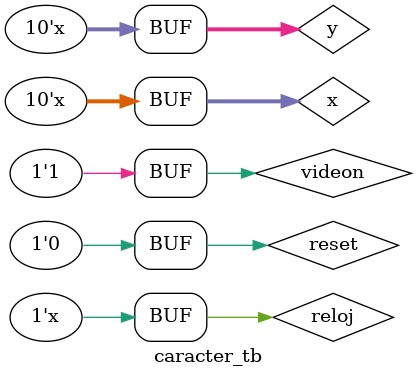
<source format=v>
`timescale 1ns / 1ps


module caracter_tb(
    );
     reg reloj;
     reg reset;
     wire [7:0]pala;
     wire [1:0] ch;
     wire [5:0] row;
     reg [9:0] x;
     reg [9:0] y;
     reg [9:0] xold;
     reg videon;

     caracter test(.clk(reloj),.rst(reset),.video_on(videon),.pixel_x(x),.pixel_y(y),.char(ch),.rowad(row),.palabra(pala));
     initial
         begin
             reloj=0;//inicial el clock en cero
             reset=1;//reset en alto al inicio
             videon=1;
             x=300;
             xold=0;
             y=230;
             #10 reset=0; //despues de diez 10ns, el reset se pone en cero, dando inició al funcionamiento
         end
         always
         begin
             #10 reloj=~reloj; //me genera un clk de 100MHz (1/((10)*1ns))=100MHz
             #40 x=x+1;
             if (x>=303 && x<=334)
             begin
                xold=xold+1;
                if (xold<=31)
                begin
                    xold=xold;
                end
                else
                begin
                    y=y+1;
                    xold=0;
                end
             end
             else
             begin
                xold=0;
             end
         end
endmodule

</source>
